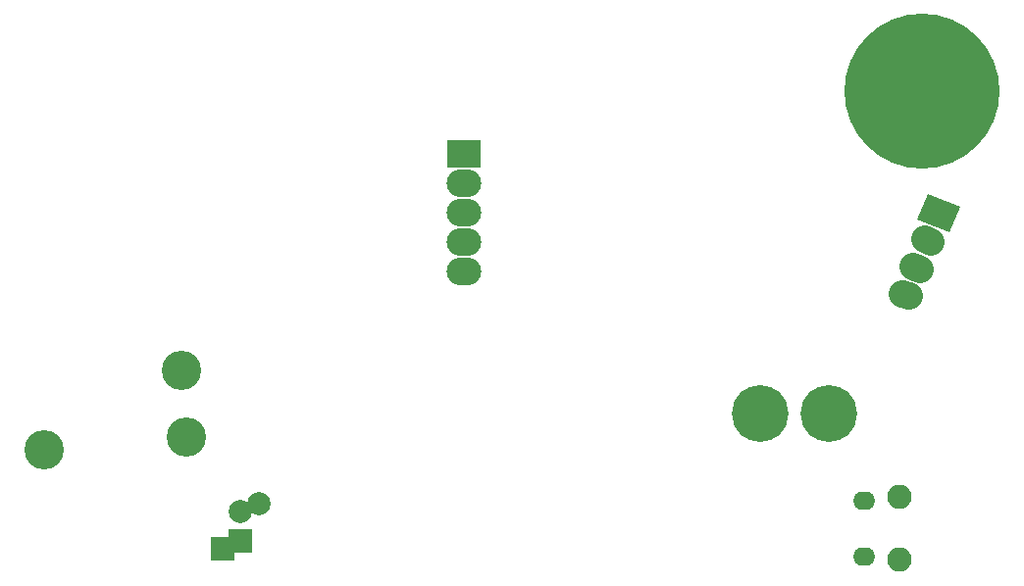
<source format=gbs>
G04 #@! TF.FileFunction,Soldermask,Bot*
%FSLAX46Y46*%
G04 Gerber Fmt 4.6, Leading zero omitted, Abs format (unit mm)*
G04 Created by KiCad (PCBNEW 4.0.7-e2-6376~58~ubuntu16.04.1) date Wed Apr 11 02:03:13 2018*
%MOMM*%
%LPD*%
G01*
G04 APERTURE LIST*
%ADD10C,0.100000*%
%ADD11C,2.400000*%
%ADD12R,2.000000X2.000000*%
%ADD13C,2.000000*%
%ADD14C,4.900000*%
%ADD15O,1.900000X1.600000*%
%ADD16O,2.100000X2.100000*%
%ADD17C,13.400000*%
%ADD18R,3.000000X2.400000*%
%ADD19O,3.000000X2.400000*%
%ADD20C,3.400000*%
G04 APERTURE END LIST*
D10*
G36*
X175218752Y-49705469D02*
X178000304Y-50829289D01*
X177101248Y-53054531D01*
X174319696Y-51930711D01*
X175218752Y-49705469D01*
X175218752Y-49705469D01*
G37*
D11*
X175486654Y-53847429D02*
X174930344Y-53622665D01*
X174535154Y-56202476D02*
X173978844Y-55977712D01*
X173583653Y-58557523D02*
X173027343Y-58332759D01*
D12*
X115900000Y-79680000D03*
D13*
X115900000Y-77180000D03*
D12*
X114300000Y-80350937D03*
D13*
X117500000Y-76509063D03*
D14*
X166700000Y-68700000D03*
X160700000Y-68700000D03*
D15*
X169740000Y-81020000D03*
X169740000Y-76180000D03*
D16*
X172740000Y-81330000D03*
X172740000Y-75870000D03*
D17*
X174680000Y-40850000D03*
D18*
X135128000Y-46228000D03*
D19*
X135128000Y-48768000D03*
X135128000Y-51308000D03*
X135128000Y-53848000D03*
X135128000Y-56388000D03*
D20*
X98920515Y-71820000D03*
X110785064Y-64970000D03*
X111220000Y-70723332D03*
M02*

</source>
